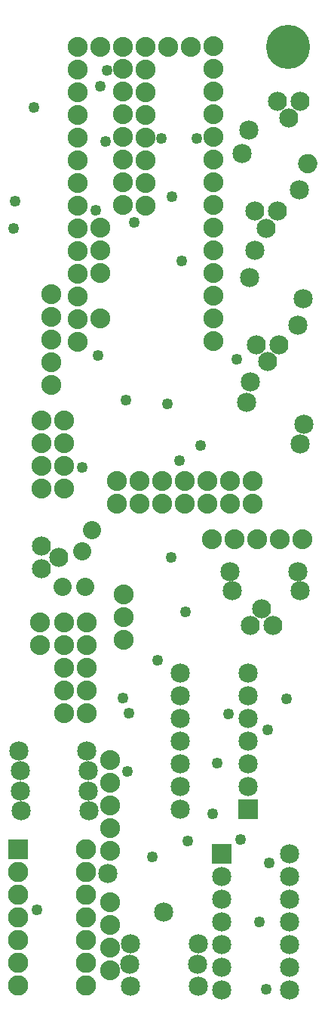
<source format=gbs>
G04 MADE WITH FRITZING*
G04 WWW.FRITZING.ORG*
G04 DOUBLE SIDED*
G04 HOLES PLATED*
G04 CONTOUR ON CENTER OF CONTOUR VECTOR*
%ASAXBY*%
%FSLAX23Y23*%
%MOIN*%
%OFA0B0*%
%SFA1.0B1.0*%
%ADD10C,0.088000*%
%ADD11C,0.080000*%
%ADD12C,0.195039*%
%ADD13C,0.076667*%
%ADD14C,0.089370*%
%ADD15C,0.084000*%
%ADD16C,0.085000*%
%ADD17C,0.035000*%
%ADD18C,0.049370*%
%ADD19R,0.089370X0.089370*%
%ADD20R,0.085000X0.085000*%
%ADD21R,0.001000X0.001000*%
%LNMASK0*%
G90*
G70*
G54D10*
X454Y3079D03*
G54D11*
X286Y1895D03*
X386Y1895D03*
X374Y2054D03*
X417Y2145D03*
G54D12*
X1282Y4277D03*
G54D10*
X556Y1661D03*
G54D13*
X353Y4278D03*
X353Y4178D03*
X353Y4078D03*
X353Y3978D03*
X353Y3878D03*
X353Y3778D03*
X353Y3678D03*
X353Y3578D03*
X353Y3478D03*
X353Y3378D03*
X353Y3278D03*
X353Y3178D03*
X353Y3078D03*
X353Y2978D03*
X453Y3078D03*
X953Y4278D03*
X953Y4178D03*
X953Y4078D03*
X953Y3978D03*
X953Y3878D03*
X953Y3778D03*
X953Y3678D03*
X953Y3578D03*
X953Y3478D03*
X953Y3378D03*
X953Y3278D03*
X953Y3178D03*
X953Y3078D03*
X953Y2978D03*
X453Y3378D03*
X453Y3278D03*
X453Y3478D03*
X753Y4278D03*
X853Y4278D03*
X653Y4278D03*
X453Y4278D03*
X553Y4278D03*
X353Y4278D03*
X353Y4178D03*
X353Y4078D03*
X353Y3978D03*
X353Y3878D03*
X353Y3778D03*
X353Y3678D03*
X353Y3578D03*
X353Y3478D03*
X353Y3378D03*
X353Y3278D03*
X353Y3178D03*
X353Y3078D03*
X353Y2978D03*
X453Y3078D03*
X953Y4278D03*
X953Y4178D03*
X953Y4078D03*
X953Y3978D03*
X953Y3878D03*
X953Y3778D03*
X953Y3678D03*
X953Y3578D03*
X953Y3478D03*
X953Y3378D03*
X953Y3278D03*
X953Y3178D03*
X953Y3078D03*
X953Y2978D03*
X453Y3378D03*
X453Y3278D03*
X453Y3478D03*
X753Y4278D03*
X853Y4278D03*
X653Y4278D03*
X453Y4278D03*
X553Y4278D03*
X553Y4178D03*
X553Y4178D03*
X653Y4178D03*
X653Y4178D03*
X654Y4078D03*
X654Y3978D03*
X654Y3878D03*
X654Y3778D03*
X654Y3678D03*
X654Y3578D03*
X654Y4078D03*
X654Y3978D03*
X654Y3878D03*
X654Y3778D03*
X654Y3678D03*
X654Y3578D03*
X553Y4078D03*
X553Y3978D03*
X553Y3878D03*
X553Y3778D03*
X553Y3678D03*
X553Y3578D03*
X553Y4078D03*
X553Y3978D03*
X553Y3878D03*
X553Y3778D03*
X553Y3678D03*
X553Y3578D03*
G54D10*
X556Y1861D03*
X556Y1761D03*
X237Y3187D03*
X237Y3087D03*
X237Y2987D03*
X237Y2887D03*
X237Y2787D03*
X237Y3187D03*
X237Y3087D03*
X237Y2987D03*
X237Y2887D03*
X237Y2787D03*
X528Y2263D03*
X628Y2263D03*
X728Y2263D03*
X828Y2263D03*
X928Y2263D03*
X1028Y2263D03*
X1128Y2263D03*
X528Y2263D03*
X628Y2263D03*
X728Y2263D03*
X828Y2263D03*
X928Y2263D03*
X1028Y2263D03*
X1128Y2263D03*
X1128Y2363D03*
X1028Y2363D03*
X928Y2363D03*
X828Y2363D03*
X728Y2363D03*
X628Y2363D03*
X528Y2363D03*
X294Y1740D03*
X294Y1640D03*
X294Y1540D03*
X294Y1440D03*
X294Y1340D03*
X294Y1740D03*
X294Y1640D03*
X294Y1540D03*
X294Y1440D03*
X294Y1340D03*
X394Y1340D03*
X394Y1440D03*
X394Y1540D03*
X394Y1640D03*
X394Y1740D03*
G54D14*
X89Y740D03*
X389Y740D03*
X89Y640D03*
X389Y640D03*
X89Y540D03*
X389Y540D03*
X89Y440D03*
X389Y440D03*
X89Y340D03*
X389Y340D03*
X89Y240D03*
X389Y240D03*
X89Y140D03*
X389Y140D03*
G54D10*
X292Y2329D03*
X292Y2429D03*
X292Y2529D03*
X292Y2629D03*
X292Y2329D03*
X292Y2429D03*
X292Y2529D03*
X292Y2629D03*
X192Y2629D03*
X192Y2529D03*
X192Y2429D03*
X192Y2329D03*
G54D15*
X1337Y4036D03*
X1287Y3961D03*
X1237Y4036D03*
X1236Y3551D03*
X1186Y3476D03*
X1136Y3551D03*
X1116Y1725D03*
X1166Y1800D03*
X1216Y1725D03*
X1242Y2963D03*
X1192Y2888D03*
X1142Y2963D03*
G54D16*
X1334Y3647D03*
X1079Y3805D03*
X1326Y3048D03*
X1113Y3260D03*
X1327Y1964D03*
X1027Y1964D03*
X1338Y2526D03*
X1100Y2708D03*
X1111Y3910D03*
G54D17*
X1371Y3760D03*
G54D16*
X1137Y3379D03*
X1350Y3166D03*
X1038Y1878D03*
X1338Y1878D03*
X1118Y2800D03*
X1353Y2614D03*
X403Y910D03*
X103Y910D03*
X399Y997D03*
X99Y997D03*
X399Y1087D03*
X99Y1087D03*
X887Y135D03*
X587Y135D03*
X885Y234D03*
X585Y234D03*
X887Y321D03*
X587Y321D03*
X733Y461D03*
X487Y632D03*
X392Y1173D03*
X92Y1173D03*
X1106Y915D03*
X806Y915D03*
X1106Y1015D03*
X806Y1015D03*
X1106Y1115D03*
X806Y1115D03*
X1106Y1215D03*
X806Y1215D03*
X1106Y1315D03*
X806Y1315D03*
X1106Y1415D03*
X806Y1415D03*
X1106Y1515D03*
X806Y1515D03*
X990Y719D03*
X1290Y719D03*
X990Y619D03*
X1290Y619D03*
X990Y519D03*
X1290Y519D03*
X990Y419D03*
X1290Y419D03*
X990Y319D03*
X1290Y319D03*
X990Y219D03*
X1290Y219D03*
X990Y119D03*
X1290Y119D03*
G54D10*
X497Y206D03*
X497Y306D03*
X497Y406D03*
X497Y506D03*
X497Y206D03*
X497Y306D03*
X497Y406D03*
X497Y506D03*
X947Y2106D03*
X1047Y2106D03*
X1147Y2106D03*
X1247Y2106D03*
X1347Y2106D03*
X947Y2106D03*
X1047Y2106D03*
X1147Y2106D03*
X1247Y2106D03*
X1347Y2106D03*
X497Y731D03*
X497Y831D03*
X497Y931D03*
X497Y1031D03*
X497Y1131D03*
X497Y731D03*
X497Y831D03*
X497Y931D03*
X497Y1031D03*
X497Y1131D03*
X354Y4277D03*
X354Y4177D03*
X354Y4077D03*
X354Y3977D03*
X354Y3877D03*
X354Y3777D03*
X354Y3677D03*
X354Y3577D03*
X354Y3477D03*
X354Y3377D03*
X354Y3277D03*
X354Y3177D03*
X354Y3077D03*
X354Y2977D03*
X952Y4278D03*
X952Y4178D03*
X952Y4078D03*
X952Y3978D03*
X952Y3878D03*
X952Y3778D03*
X952Y3678D03*
X952Y3578D03*
X952Y3478D03*
X952Y3378D03*
X952Y3278D03*
X952Y3178D03*
X952Y3078D03*
X952Y2978D03*
X454Y3478D03*
X454Y3378D03*
X454Y3278D03*
X852Y4277D03*
X752Y4277D03*
X652Y4277D03*
X552Y4277D03*
X452Y4277D03*
X852Y4277D03*
X752Y4277D03*
X652Y4277D03*
X552Y4277D03*
X452Y4277D03*
X654Y4177D03*
X654Y4077D03*
X654Y3977D03*
X654Y3877D03*
X654Y3777D03*
X654Y3677D03*
X654Y3577D03*
X552Y4178D03*
X552Y4078D03*
X552Y3978D03*
X552Y3878D03*
X552Y3778D03*
X552Y3678D03*
X552Y3578D03*
G54D18*
X159Y4009D03*
X482Y4173D03*
X434Y3556D03*
X452Y4102D03*
X476Y3858D03*
X1021Y1336D03*
X951Y897D03*
X603Y3503D03*
X804Y2453D03*
X880Y3871D03*
X78Y3595D03*
X71Y3475D03*
X814Y3333D03*
X1200Y678D03*
X1193Y1265D03*
X1072Y783D03*
X174Y472D03*
X1188Y123D03*
X1156Y420D03*
X684Y705D03*
X769Y3616D03*
X751Y2704D03*
X725Y3873D03*
X442Y2915D03*
X372Y2424D03*
X552Y1406D03*
X897Y2520D03*
X1058Y2899D03*
X1278Y1404D03*
X579Y1338D03*
X567Y2720D03*
G54D15*
X194Y1976D03*
X269Y2026D03*
X194Y2076D03*
G54D10*
X187Y1738D03*
X187Y1638D03*
G54D18*
X829Y1787D03*
X767Y2027D03*
X574Y1084D03*
X707Y1573D03*
X841Y777D03*
X971Y1120D03*
G54D19*
X89Y740D03*
G54D20*
X1106Y915D03*
X990Y719D03*
G54D21*
X1363Y3803D02*
X1378Y3803D01*
X1358Y3802D02*
X1382Y3802D01*
X1356Y3801D02*
X1385Y3801D01*
X1353Y3800D02*
X1387Y3800D01*
X1351Y3799D02*
X1389Y3799D01*
X1349Y3798D02*
X1391Y3798D01*
X1348Y3797D02*
X1393Y3797D01*
X1346Y3796D02*
X1394Y3796D01*
X1345Y3795D02*
X1395Y3795D01*
X1344Y3794D02*
X1397Y3794D01*
X1342Y3793D02*
X1398Y3793D01*
X1341Y3792D02*
X1399Y3792D01*
X1340Y3791D02*
X1400Y3791D01*
X1339Y3790D02*
X1401Y3790D01*
X1338Y3789D02*
X1402Y3789D01*
X1338Y3788D02*
X1403Y3788D01*
X1337Y3787D02*
X1403Y3787D01*
X1336Y3786D02*
X1404Y3786D01*
X1335Y3785D02*
X1405Y3785D01*
X1335Y3784D02*
X1406Y3784D01*
X1334Y3783D02*
X1406Y3783D01*
X1334Y3782D02*
X1407Y3782D01*
X1333Y3781D02*
X1407Y3781D01*
X1333Y3780D02*
X1408Y3780D01*
X1332Y3779D02*
X1408Y3779D01*
X1332Y3778D02*
X1409Y3778D01*
X1331Y3777D02*
X1409Y3777D01*
X1331Y3776D02*
X1409Y3776D01*
X1330Y3775D02*
X1410Y3775D01*
X1330Y3774D02*
X1410Y3774D01*
X1330Y3773D02*
X1410Y3773D01*
X1330Y3772D02*
X1411Y3772D01*
X1329Y3771D02*
X1411Y3771D01*
X1329Y3770D02*
X1411Y3770D01*
X1329Y3769D02*
X1411Y3769D01*
X1329Y3768D02*
X1412Y3768D01*
X1329Y3767D02*
X1412Y3767D01*
X1328Y3766D02*
X1412Y3766D01*
X1328Y3765D02*
X1412Y3765D01*
X1328Y3764D02*
X1412Y3764D01*
X1328Y3763D02*
X1412Y3763D01*
X1328Y3762D02*
X1412Y3762D01*
X1328Y3761D02*
X1412Y3761D01*
X1328Y3760D02*
X1412Y3760D01*
X1328Y3759D02*
X1412Y3759D01*
X1328Y3758D02*
X1412Y3758D01*
X1328Y3757D02*
X1412Y3757D01*
X1329Y3756D02*
X1412Y3756D01*
X1329Y3755D02*
X1412Y3755D01*
X1329Y3754D02*
X1411Y3754D01*
X1329Y3753D02*
X1411Y3753D01*
X1329Y3752D02*
X1411Y3752D01*
X1329Y3751D02*
X1411Y3751D01*
X1330Y3750D02*
X1410Y3750D01*
X1330Y3749D02*
X1410Y3749D01*
X1330Y3748D02*
X1410Y3748D01*
X1331Y3747D02*
X1410Y3747D01*
X1331Y3746D02*
X1409Y3746D01*
X1331Y3745D02*
X1409Y3745D01*
X1332Y3744D02*
X1408Y3744D01*
X1332Y3743D02*
X1408Y3743D01*
X1333Y3742D02*
X1407Y3742D01*
X1333Y3741D02*
X1407Y3741D01*
X1334Y3740D02*
X1406Y3740D01*
X1335Y3739D02*
X1406Y3739D01*
X1335Y3738D02*
X1405Y3738D01*
X1336Y3737D02*
X1404Y3737D01*
X1337Y3736D02*
X1404Y3736D01*
X1337Y3735D02*
X1403Y3735D01*
X1338Y3734D02*
X1402Y3734D01*
X1339Y3733D02*
X1401Y3733D01*
X1340Y3732D02*
X1400Y3732D01*
X1341Y3731D02*
X1399Y3731D01*
X1342Y3730D02*
X1398Y3730D01*
X1343Y3729D02*
X1397Y3729D01*
X1344Y3728D02*
X1396Y3728D01*
X1346Y3727D02*
X1395Y3727D01*
X1347Y3726D02*
X1393Y3726D01*
X1349Y3725D02*
X1392Y3725D01*
X1350Y3724D02*
X1390Y3724D01*
X1352Y3723D02*
X1388Y3723D01*
X1355Y3722D02*
X1386Y3722D01*
X1357Y3721D02*
X1383Y3721D01*
X1361Y3720D02*
X1379Y3720D01*
X1368Y3719D02*
X1372Y3719D01*
D02*
G04 End of Mask0*
M02*
</source>
